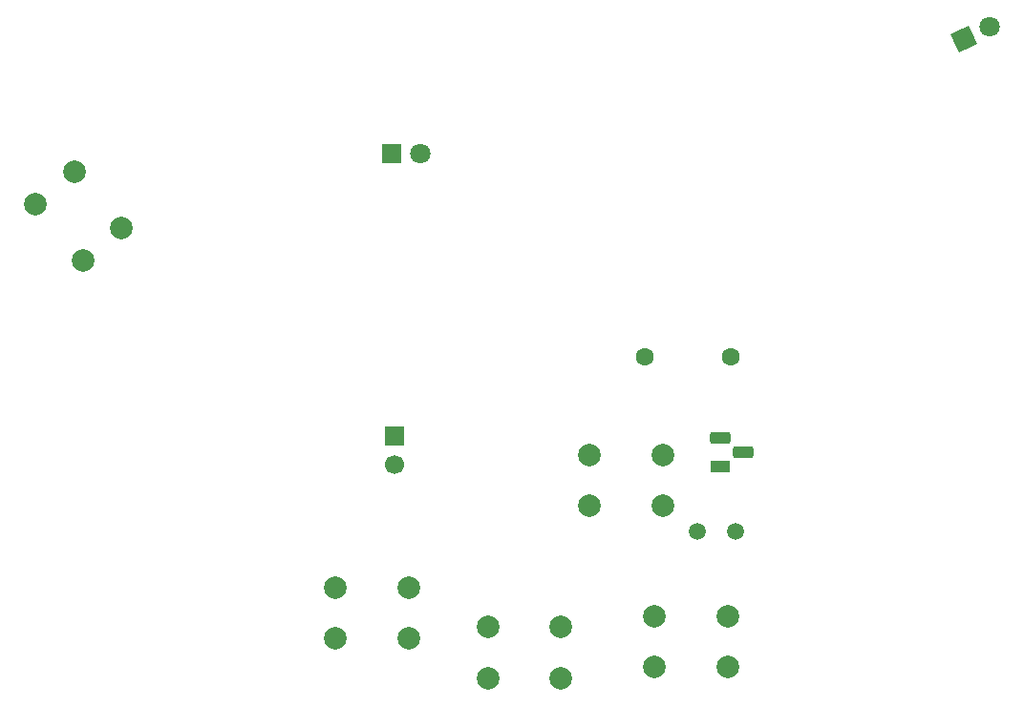
<source format=gbr>
%TF.GenerationSoftware,KiCad,Pcbnew,9.0.2*%
%TF.CreationDate,2025-05-31T16:49:14-04:00*%
%TF.ProjectId,shinx,7368696e-782e-46b6-9963-61645f706362,rev?*%
%TF.SameCoordinates,Original*%
%TF.FileFunction,Soldermask,Top*%
%TF.FilePolarity,Negative*%
%FSLAX46Y46*%
G04 Gerber Fmt 4.6, Leading zero omitted, Abs format (unit mm)*
G04 Created by KiCad (PCBNEW 9.0.2) date 2025-05-31 16:49:14*
%MOMM*%
%LPD*%
G01*
G04 APERTURE LIST*
G04 Aperture macros list*
%AMRoundRect*
0 Rectangle with rounded corners*
0 $1 Rounding radius*
0 $2 $3 $4 $5 $6 $7 $8 $9 X,Y pos of 4 corners*
0 Add a 4 corners polygon primitive as box body*
4,1,4,$2,$3,$4,$5,$6,$7,$8,$9,$2,$3,0*
0 Add four circle primitives for the rounded corners*
1,1,$1+$1,$2,$3*
1,1,$1+$1,$4,$5*
1,1,$1+$1,$6,$7*
1,1,$1+$1,$8,$9*
0 Add four rect primitives between the rounded corners*
20,1,$1+$1,$2,$3,$4,$5,0*
20,1,$1+$1,$4,$5,$6,$7,0*
20,1,$1+$1,$6,$7,$8,$9,0*
20,1,$1+$1,$8,$9,$2,$3,0*%
%AMRotRect*
0 Rectangle, with rotation*
0 The origin of the aperture is its center*
0 $1 length*
0 $2 width*
0 $3 Rotation angle, in degrees counterclockwise*
0 Add horizontal line*
21,1,$1,$2,0,0,$3*%
G04 Aperture macros list end*
%ADD10C,2.000000*%
%ADD11RotRect,1.800000X1.800000X25.000000*%
%ADD12C,1.800000*%
%ADD13R,1.800000X1.800000*%
%ADD14R,1.800000X1.100000*%
%ADD15RoundRect,0.275000X0.625000X-0.275000X0.625000X0.275000X-0.625000X0.275000X-0.625000X-0.275000X0*%
%ADD16C,1.600000*%
%ADD17R,1.700000X1.700000*%
%ADD18C,1.700000*%
%ADD19C,1.500000*%
G04 APERTURE END LIST*
D10*
%TO.C,SW1*%
X157750000Y-112250000D03*
X164250000Y-112250000D03*
X157750000Y-116750000D03*
X164250000Y-116750000D03*
%TD*%
D11*
%TO.C,D2*%
X190960000Y-75270000D03*
D12*
X193262023Y-74196550D03*
%TD*%
D13*
%TO.C,D1*%
X140225000Y-85500000D03*
D12*
X142765000Y-85500000D03*
%TD*%
D10*
%TO.C,SW2*%
X108687340Y-89956628D03*
X112865459Y-94935917D03*
X112134540Y-87064084D03*
X116312660Y-92043373D03*
%TD*%
D14*
%TO.C,Q1*%
X169330000Y-113270000D03*
D15*
X171400000Y-112000000D03*
X169330000Y-110730000D03*
%TD*%
D10*
%TO.C,SW3*%
X141750000Y-124000000D03*
X135250000Y-124000000D03*
X141750000Y-128500000D03*
X135250000Y-128500000D03*
%TD*%
%TO.C,SW4*%
X155250000Y-127500000D03*
X148750000Y-127500000D03*
X155250000Y-132000000D03*
X148750000Y-132000000D03*
%TD*%
%TO.C,SW5*%
X170000000Y-126500000D03*
X163500000Y-126500000D03*
X170000000Y-131000000D03*
X163500000Y-131000000D03*
%TD*%
D16*
%TO.C,R1*%
X170310000Y-103500000D03*
X162690000Y-103500000D03*
%TD*%
D17*
%TO.C,M1*%
X140500000Y-110500000D03*
D18*
X140500000Y-113040000D03*
%TD*%
D19*
%TO.C,R3*%
X170700000Y-119000000D03*
X167300000Y-119000000D03*
%TD*%
M02*

</source>
